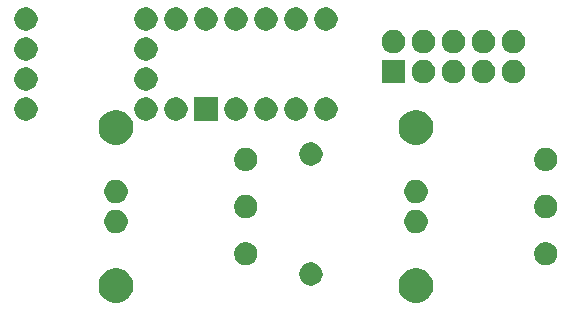
<source format=gbr>
G04 #@! TF.GenerationSoftware,KiCad,Pcbnew,(5.0.1)-3*
G04 #@! TF.CreationDate,2018-12-07T15:58:26-08:00*
G04 #@! TF.ProjectId,500-1092-DualAtnGain,3530302D313039322D4475616C41746E,rev?*
G04 #@! TF.SameCoordinates,Original*
G04 #@! TF.FileFunction,Soldermask,Bot*
G04 #@! TF.FilePolarity,Negative*
%FSLAX46Y46*%
G04 Gerber Fmt 4.6, Leading zero omitted, Abs format (unit mm)*
G04 Created by KiCad (PCBNEW (5.0.1)-3) date 12/7/2018 3:58:26 PM*
%MOMM*%
%LPD*%
G01*
G04 APERTURE LIST*
%ADD10C,0.100000*%
G04 APERTURE END LIST*
D10*
G36*
X152828781Y-111331490D02*
X153096307Y-111442303D01*
X153337074Y-111603178D01*
X153541822Y-111807926D01*
X153702697Y-112048693D01*
X153813510Y-112316219D01*
X153870000Y-112600216D01*
X153870000Y-112889784D01*
X153813510Y-113173781D01*
X153702697Y-113441307D01*
X153541822Y-113682074D01*
X153337074Y-113886822D01*
X153096307Y-114047697D01*
X152828781Y-114158510D01*
X152544784Y-114215000D01*
X152255216Y-114215000D01*
X151971219Y-114158510D01*
X151703693Y-114047697D01*
X151462926Y-113886822D01*
X151258178Y-113682074D01*
X151097303Y-113441307D01*
X150986490Y-113173781D01*
X150930000Y-112889784D01*
X150930000Y-112600216D01*
X150986490Y-112316219D01*
X151097303Y-112048693D01*
X151258178Y-111807926D01*
X151462926Y-111603178D01*
X151703693Y-111442303D01*
X151971219Y-111331490D01*
X152255216Y-111275000D01*
X152544784Y-111275000D01*
X152828781Y-111331490D01*
X152828781Y-111331490D01*
G37*
G36*
X127428781Y-111331490D02*
X127696307Y-111442303D01*
X127937074Y-111603178D01*
X128141822Y-111807926D01*
X128302697Y-112048693D01*
X128413510Y-112316219D01*
X128470000Y-112600216D01*
X128470000Y-112889784D01*
X128413510Y-113173781D01*
X128302697Y-113441307D01*
X128141822Y-113682074D01*
X127937074Y-113886822D01*
X127696307Y-114047697D01*
X127428781Y-114158510D01*
X127144784Y-114215000D01*
X126855216Y-114215000D01*
X126571219Y-114158510D01*
X126303693Y-114047697D01*
X126062926Y-113886822D01*
X125858178Y-113682074D01*
X125697303Y-113441307D01*
X125586490Y-113173781D01*
X125530000Y-112889784D01*
X125530000Y-112600216D01*
X125586490Y-112316219D01*
X125697303Y-112048693D01*
X125858178Y-111807926D01*
X126062926Y-111603178D01*
X126303693Y-111442303D01*
X126571219Y-111331490D01*
X126855216Y-111275000D01*
X127144784Y-111275000D01*
X127428781Y-111331490D01*
X127428781Y-111331490D01*
G37*
G36*
X143734426Y-110797897D02*
X143798014Y-110810545D01*
X143977709Y-110884977D01*
X144139431Y-110993036D01*
X144276964Y-111130569D01*
X144385023Y-111292291D01*
X144459455Y-111471986D01*
X144459455Y-111471987D01*
X144485551Y-111603178D01*
X144497400Y-111662750D01*
X144497400Y-111857250D01*
X144459455Y-112048014D01*
X144385023Y-112227709D01*
X144276964Y-112389431D01*
X144139431Y-112526964D01*
X143977709Y-112635023D01*
X143798014Y-112709455D01*
X143734426Y-112722103D01*
X143607252Y-112747400D01*
X143412748Y-112747400D01*
X143285574Y-112722103D01*
X143221986Y-112709455D01*
X143042291Y-112635023D01*
X142880569Y-112526964D01*
X142743036Y-112389431D01*
X142634977Y-112227709D01*
X142560545Y-112048014D01*
X142522600Y-111857250D01*
X142522600Y-111662750D01*
X142534450Y-111603178D01*
X142560545Y-111471987D01*
X142560545Y-111471986D01*
X142634977Y-111292291D01*
X142743036Y-111130569D01*
X142880569Y-110993036D01*
X143042291Y-110884977D01*
X143221986Y-110810545D01*
X143285574Y-110797897D01*
X143412748Y-110772600D01*
X143607252Y-110772600D01*
X143734426Y-110797897D01*
X143734426Y-110797897D01*
G37*
G36*
X163624426Y-109082897D02*
X163688014Y-109095545D01*
X163867709Y-109169977D01*
X164029431Y-109278036D01*
X164166964Y-109415569D01*
X164275023Y-109577291D01*
X164349455Y-109756986D01*
X164387400Y-109947750D01*
X164387400Y-110142250D01*
X164349455Y-110333014D01*
X164275023Y-110512709D01*
X164166964Y-110674431D01*
X164029431Y-110811964D01*
X163867709Y-110920023D01*
X163688014Y-110994455D01*
X163624426Y-111007103D01*
X163497252Y-111032400D01*
X163302748Y-111032400D01*
X163175574Y-111007103D01*
X163111986Y-110994455D01*
X162932291Y-110920023D01*
X162770569Y-110811964D01*
X162633036Y-110674431D01*
X162524977Y-110512709D01*
X162450545Y-110333014D01*
X162412600Y-110142250D01*
X162412600Y-109947750D01*
X162450545Y-109756986D01*
X162524977Y-109577291D01*
X162633036Y-109415569D01*
X162770569Y-109278036D01*
X162932291Y-109169977D01*
X163111986Y-109095545D01*
X163175574Y-109082897D01*
X163302748Y-109057600D01*
X163497252Y-109057600D01*
X163624426Y-109082897D01*
X163624426Y-109082897D01*
G37*
G36*
X138224426Y-109082897D02*
X138288014Y-109095545D01*
X138467709Y-109169977D01*
X138629431Y-109278036D01*
X138766964Y-109415569D01*
X138875023Y-109577291D01*
X138949455Y-109756986D01*
X138987400Y-109947750D01*
X138987400Y-110142250D01*
X138949455Y-110333014D01*
X138875023Y-110512709D01*
X138766964Y-110674431D01*
X138629431Y-110811964D01*
X138467709Y-110920023D01*
X138288014Y-110994455D01*
X138224426Y-111007103D01*
X138097252Y-111032400D01*
X137902748Y-111032400D01*
X137775574Y-111007103D01*
X137711986Y-110994455D01*
X137532291Y-110920023D01*
X137370569Y-110811964D01*
X137233036Y-110674431D01*
X137124977Y-110512709D01*
X137050545Y-110333014D01*
X137012600Y-110142250D01*
X137012600Y-109947750D01*
X137050545Y-109756986D01*
X137124977Y-109577291D01*
X137233036Y-109415569D01*
X137370569Y-109278036D01*
X137532291Y-109169977D01*
X137711986Y-109095545D01*
X137775574Y-109082897D01*
X137902748Y-109057600D01*
X138097252Y-109057600D01*
X138224426Y-109082897D01*
X138224426Y-109082897D01*
G37*
G36*
X127224426Y-106352897D02*
X127288014Y-106365545D01*
X127467709Y-106439977D01*
X127629431Y-106548036D01*
X127766964Y-106685569D01*
X127875023Y-106847291D01*
X127949455Y-107026986D01*
X127987400Y-107217750D01*
X127987400Y-107412250D01*
X127949455Y-107603014D01*
X127875023Y-107782709D01*
X127766964Y-107944431D01*
X127629431Y-108081964D01*
X127467709Y-108190023D01*
X127288014Y-108264455D01*
X127224426Y-108277103D01*
X127097252Y-108302400D01*
X126902748Y-108302400D01*
X126775574Y-108277103D01*
X126711986Y-108264455D01*
X126532291Y-108190023D01*
X126370569Y-108081964D01*
X126233036Y-107944431D01*
X126124977Y-107782709D01*
X126050545Y-107603014D01*
X126012600Y-107412250D01*
X126012600Y-107217750D01*
X126050545Y-107026986D01*
X126124977Y-106847291D01*
X126233036Y-106685569D01*
X126370569Y-106548036D01*
X126532291Y-106439977D01*
X126711986Y-106365545D01*
X126775574Y-106352897D01*
X126902748Y-106327600D01*
X127097252Y-106327600D01*
X127224426Y-106352897D01*
X127224426Y-106352897D01*
G37*
G36*
X152624426Y-106352897D02*
X152688014Y-106365545D01*
X152867709Y-106439977D01*
X153029431Y-106548036D01*
X153166964Y-106685569D01*
X153275023Y-106847291D01*
X153349455Y-107026986D01*
X153387400Y-107217750D01*
X153387400Y-107412250D01*
X153349455Y-107603014D01*
X153275023Y-107782709D01*
X153166964Y-107944431D01*
X153029431Y-108081964D01*
X152867709Y-108190023D01*
X152688014Y-108264455D01*
X152624426Y-108277103D01*
X152497252Y-108302400D01*
X152302748Y-108302400D01*
X152175574Y-108277103D01*
X152111986Y-108264455D01*
X151932291Y-108190023D01*
X151770569Y-108081964D01*
X151633036Y-107944431D01*
X151524977Y-107782709D01*
X151450545Y-107603014D01*
X151412600Y-107412250D01*
X151412600Y-107217750D01*
X151450545Y-107026986D01*
X151524977Y-106847291D01*
X151633036Y-106685569D01*
X151770569Y-106548036D01*
X151932291Y-106439977D01*
X152111986Y-106365545D01*
X152175574Y-106352897D01*
X152302748Y-106327600D01*
X152497252Y-106327600D01*
X152624426Y-106352897D01*
X152624426Y-106352897D01*
G37*
G36*
X163624426Y-105082897D02*
X163688014Y-105095545D01*
X163867709Y-105169977D01*
X164029431Y-105278036D01*
X164166964Y-105415569D01*
X164275023Y-105577291D01*
X164349455Y-105756986D01*
X164387400Y-105947750D01*
X164387400Y-106142250D01*
X164349455Y-106333014D01*
X164275023Y-106512709D01*
X164166964Y-106674431D01*
X164029431Y-106811964D01*
X163867709Y-106920023D01*
X163688014Y-106994455D01*
X163624426Y-107007103D01*
X163497252Y-107032400D01*
X163302748Y-107032400D01*
X163175574Y-107007103D01*
X163111986Y-106994455D01*
X162932291Y-106920023D01*
X162770569Y-106811964D01*
X162633036Y-106674431D01*
X162524977Y-106512709D01*
X162450545Y-106333014D01*
X162412600Y-106142250D01*
X162412600Y-105947750D01*
X162450545Y-105756986D01*
X162524977Y-105577291D01*
X162633036Y-105415569D01*
X162770569Y-105278036D01*
X162932291Y-105169977D01*
X163111986Y-105095545D01*
X163175574Y-105082897D01*
X163302748Y-105057600D01*
X163497252Y-105057600D01*
X163624426Y-105082897D01*
X163624426Y-105082897D01*
G37*
G36*
X138224426Y-105082897D02*
X138288014Y-105095545D01*
X138467709Y-105169977D01*
X138629431Y-105278036D01*
X138766964Y-105415569D01*
X138875023Y-105577291D01*
X138949455Y-105756986D01*
X138987400Y-105947750D01*
X138987400Y-106142250D01*
X138949455Y-106333014D01*
X138875023Y-106512709D01*
X138766964Y-106674431D01*
X138629431Y-106811964D01*
X138467709Y-106920023D01*
X138288014Y-106994455D01*
X138224426Y-107007103D01*
X138097252Y-107032400D01*
X137902748Y-107032400D01*
X137775574Y-107007103D01*
X137711986Y-106994455D01*
X137532291Y-106920023D01*
X137370569Y-106811964D01*
X137233036Y-106674431D01*
X137124977Y-106512709D01*
X137050545Y-106333014D01*
X137012600Y-106142250D01*
X137012600Y-105947750D01*
X137050545Y-105756986D01*
X137124977Y-105577291D01*
X137233036Y-105415569D01*
X137370569Y-105278036D01*
X137532291Y-105169977D01*
X137711986Y-105095545D01*
X137775574Y-105082897D01*
X137902748Y-105057600D01*
X138097252Y-105057600D01*
X138224426Y-105082897D01*
X138224426Y-105082897D01*
G37*
G36*
X127224426Y-103812897D02*
X127288014Y-103825545D01*
X127467709Y-103899977D01*
X127629431Y-104008036D01*
X127766964Y-104145569D01*
X127875023Y-104307291D01*
X127949455Y-104486986D01*
X127987400Y-104677750D01*
X127987400Y-104872250D01*
X127949455Y-105063014D01*
X127875023Y-105242709D01*
X127766964Y-105404431D01*
X127629431Y-105541964D01*
X127467709Y-105650023D01*
X127288014Y-105724455D01*
X127224426Y-105737103D01*
X127097252Y-105762400D01*
X126902748Y-105762400D01*
X126775574Y-105737103D01*
X126711986Y-105724455D01*
X126532291Y-105650023D01*
X126370569Y-105541964D01*
X126233036Y-105404431D01*
X126124977Y-105242709D01*
X126050545Y-105063014D01*
X126012600Y-104872250D01*
X126012600Y-104677750D01*
X126050545Y-104486986D01*
X126124977Y-104307291D01*
X126233036Y-104145569D01*
X126370569Y-104008036D01*
X126532291Y-103899977D01*
X126711986Y-103825545D01*
X126775574Y-103812897D01*
X126902748Y-103787600D01*
X127097252Y-103787600D01*
X127224426Y-103812897D01*
X127224426Y-103812897D01*
G37*
G36*
X152624426Y-103812897D02*
X152688014Y-103825545D01*
X152867709Y-103899977D01*
X153029431Y-104008036D01*
X153166964Y-104145569D01*
X153275023Y-104307291D01*
X153349455Y-104486986D01*
X153387400Y-104677750D01*
X153387400Y-104872250D01*
X153349455Y-105063014D01*
X153275023Y-105242709D01*
X153166964Y-105404431D01*
X153029431Y-105541964D01*
X152867709Y-105650023D01*
X152688014Y-105724455D01*
X152624426Y-105737103D01*
X152497252Y-105762400D01*
X152302748Y-105762400D01*
X152175574Y-105737103D01*
X152111986Y-105724455D01*
X151932291Y-105650023D01*
X151770569Y-105541964D01*
X151633036Y-105404431D01*
X151524977Y-105242709D01*
X151450545Y-105063014D01*
X151412600Y-104872250D01*
X151412600Y-104677750D01*
X151450545Y-104486986D01*
X151524977Y-104307291D01*
X151633036Y-104145569D01*
X151770569Y-104008036D01*
X151932291Y-103899977D01*
X152111986Y-103825545D01*
X152175574Y-103812897D01*
X152302748Y-103787600D01*
X152497252Y-103787600D01*
X152624426Y-103812897D01*
X152624426Y-103812897D01*
G37*
G36*
X138224426Y-101082897D02*
X138288014Y-101095545D01*
X138467709Y-101169977D01*
X138629431Y-101278036D01*
X138766964Y-101415569D01*
X138875023Y-101577291D01*
X138949455Y-101756986D01*
X138987400Y-101947750D01*
X138987400Y-102142250D01*
X138949455Y-102333014D01*
X138875023Y-102512709D01*
X138766964Y-102674431D01*
X138629431Y-102811964D01*
X138467709Y-102920023D01*
X138288014Y-102994455D01*
X138224426Y-103007103D01*
X138097252Y-103032400D01*
X137902748Y-103032400D01*
X137775574Y-103007103D01*
X137711986Y-102994455D01*
X137532291Y-102920023D01*
X137370569Y-102811964D01*
X137233036Y-102674431D01*
X137124977Y-102512709D01*
X137050545Y-102333014D01*
X137012600Y-102142250D01*
X137012600Y-101947750D01*
X137050545Y-101756986D01*
X137124977Y-101577291D01*
X137233036Y-101415569D01*
X137370569Y-101278036D01*
X137532291Y-101169977D01*
X137711986Y-101095545D01*
X137775574Y-101082897D01*
X137902748Y-101057600D01*
X138097252Y-101057600D01*
X138224426Y-101082897D01*
X138224426Y-101082897D01*
G37*
G36*
X163624426Y-101082897D02*
X163688014Y-101095545D01*
X163867709Y-101169977D01*
X164029431Y-101278036D01*
X164166964Y-101415569D01*
X164275023Y-101577291D01*
X164349455Y-101756986D01*
X164387400Y-101947750D01*
X164387400Y-102142250D01*
X164349455Y-102333014D01*
X164275023Y-102512709D01*
X164166964Y-102674431D01*
X164029431Y-102811964D01*
X163867709Y-102920023D01*
X163688014Y-102994455D01*
X163624426Y-103007103D01*
X163497252Y-103032400D01*
X163302748Y-103032400D01*
X163175574Y-103007103D01*
X163111986Y-102994455D01*
X162932291Y-102920023D01*
X162770569Y-102811964D01*
X162633036Y-102674431D01*
X162524977Y-102512709D01*
X162450545Y-102333014D01*
X162412600Y-102142250D01*
X162412600Y-101947750D01*
X162450545Y-101756986D01*
X162524977Y-101577291D01*
X162633036Y-101415569D01*
X162770569Y-101278036D01*
X162932291Y-101169977D01*
X163111986Y-101095545D01*
X163175574Y-101082897D01*
X163302748Y-101057600D01*
X163497252Y-101057600D01*
X163624426Y-101082897D01*
X163624426Y-101082897D01*
G37*
G36*
X143734426Y-100637897D02*
X143798014Y-100650545D01*
X143977709Y-100724977D01*
X144139431Y-100833036D01*
X144276964Y-100970569D01*
X144385023Y-101132291D01*
X144459455Y-101311986D01*
X144497400Y-101502750D01*
X144497400Y-101697250D01*
X144459455Y-101888014D01*
X144385023Y-102067709D01*
X144276964Y-102229431D01*
X144139431Y-102366964D01*
X143977709Y-102475023D01*
X143798014Y-102549455D01*
X143734426Y-102562103D01*
X143607252Y-102587400D01*
X143412748Y-102587400D01*
X143285574Y-102562103D01*
X143221986Y-102549455D01*
X143042291Y-102475023D01*
X142880569Y-102366964D01*
X142743036Y-102229431D01*
X142634977Y-102067709D01*
X142560545Y-101888014D01*
X142522600Y-101697250D01*
X142522600Y-101502750D01*
X142560545Y-101311986D01*
X142634977Y-101132291D01*
X142743036Y-100970569D01*
X142880569Y-100833036D01*
X143042291Y-100724977D01*
X143221986Y-100650545D01*
X143285574Y-100637897D01*
X143412748Y-100612600D01*
X143607252Y-100612600D01*
X143734426Y-100637897D01*
X143734426Y-100637897D01*
G37*
G36*
X152828781Y-97931490D02*
X153096307Y-98042303D01*
X153337074Y-98203178D01*
X153541822Y-98407926D01*
X153702697Y-98648693D01*
X153813510Y-98916219D01*
X153870000Y-99200216D01*
X153870000Y-99489784D01*
X153813510Y-99773781D01*
X153702697Y-100041307D01*
X153541822Y-100282074D01*
X153337074Y-100486822D01*
X153096307Y-100647697D01*
X152828781Y-100758510D01*
X152544784Y-100815000D01*
X152255216Y-100815000D01*
X151971219Y-100758510D01*
X151703693Y-100647697D01*
X151462926Y-100486822D01*
X151258178Y-100282074D01*
X151097303Y-100041307D01*
X150986490Y-99773781D01*
X150930000Y-99489784D01*
X150930000Y-99200216D01*
X150986490Y-98916219D01*
X151097303Y-98648693D01*
X151258178Y-98407926D01*
X151462926Y-98203178D01*
X151703693Y-98042303D01*
X151971219Y-97931490D01*
X152255216Y-97875000D01*
X152544784Y-97875000D01*
X152828781Y-97931490D01*
X152828781Y-97931490D01*
G37*
G36*
X127428781Y-97931490D02*
X127696307Y-98042303D01*
X127937074Y-98203178D01*
X128141822Y-98407926D01*
X128302697Y-98648693D01*
X128413510Y-98916219D01*
X128470000Y-99200216D01*
X128470000Y-99489784D01*
X128413510Y-99773781D01*
X128302697Y-100041307D01*
X128141822Y-100282074D01*
X127937074Y-100486822D01*
X127696307Y-100647697D01*
X127428781Y-100758510D01*
X127144784Y-100815000D01*
X126855216Y-100815000D01*
X126571219Y-100758510D01*
X126303693Y-100647697D01*
X126062926Y-100486822D01*
X125858178Y-100282074D01*
X125697303Y-100041307D01*
X125586490Y-99773781D01*
X125530000Y-99489784D01*
X125530000Y-99200216D01*
X125586490Y-98916219D01*
X125697303Y-98648693D01*
X125858178Y-98407926D01*
X126062926Y-98203178D01*
X126303693Y-98042303D01*
X126571219Y-97931490D01*
X126855216Y-97875000D01*
X127144784Y-97875000D01*
X127428781Y-97931490D01*
X127428781Y-97931490D01*
G37*
G36*
X142464426Y-96827897D02*
X142528014Y-96840545D01*
X142707709Y-96914977D01*
X142869431Y-97023036D01*
X143006964Y-97160569D01*
X143115023Y-97322291D01*
X143189455Y-97501986D01*
X143227400Y-97692750D01*
X143227400Y-97887250D01*
X143189455Y-98078014D01*
X143115023Y-98257709D01*
X143006964Y-98419431D01*
X142869431Y-98556964D01*
X142707709Y-98665023D01*
X142528014Y-98739455D01*
X142464426Y-98752103D01*
X142337252Y-98777400D01*
X142142748Y-98777400D01*
X142015574Y-98752103D01*
X141951986Y-98739455D01*
X141772291Y-98665023D01*
X141610569Y-98556964D01*
X141473036Y-98419431D01*
X141364977Y-98257709D01*
X141290545Y-98078014D01*
X141252600Y-97887250D01*
X141252600Y-97692750D01*
X141290545Y-97501986D01*
X141364977Y-97322291D01*
X141473036Y-97160569D01*
X141610569Y-97023036D01*
X141772291Y-96914977D01*
X141951986Y-96840545D01*
X142015574Y-96827897D01*
X142142748Y-96802600D01*
X142337252Y-96802600D01*
X142464426Y-96827897D01*
X142464426Y-96827897D01*
G37*
G36*
X139924426Y-96827897D02*
X139988014Y-96840545D01*
X140167709Y-96914977D01*
X140329431Y-97023036D01*
X140466964Y-97160569D01*
X140575023Y-97322291D01*
X140649455Y-97501986D01*
X140687400Y-97692750D01*
X140687400Y-97887250D01*
X140649455Y-98078014D01*
X140575023Y-98257709D01*
X140466964Y-98419431D01*
X140329431Y-98556964D01*
X140167709Y-98665023D01*
X139988014Y-98739455D01*
X139924426Y-98752103D01*
X139797252Y-98777400D01*
X139602748Y-98777400D01*
X139475574Y-98752103D01*
X139411986Y-98739455D01*
X139232291Y-98665023D01*
X139070569Y-98556964D01*
X138933036Y-98419431D01*
X138824977Y-98257709D01*
X138750545Y-98078014D01*
X138712600Y-97887250D01*
X138712600Y-97692750D01*
X138750545Y-97501986D01*
X138824977Y-97322291D01*
X138933036Y-97160569D01*
X139070569Y-97023036D01*
X139232291Y-96914977D01*
X139411986Y-96840545D01*
X139475574Y-96827897D01*
X139602748Y-96802600D01*
X139797252Y-96802600D01*
X139924426Y-96827897D01*
X139924426Y-96827897D01*
G37*
G36*
X137384426Y-96827897D02*
X137448014Y-96840545D01*
X137627709Y-96914977D01*
X137789431Y-97023036D01*
X137926964Y-97160569D01*
X138035023Y-97322291D01*
X138109455Y-97501986D01*
X138147400Y-97692750D01*
X138147400Y-97887250D01*
X138109455Y-98078014D01*
X138035023Y-98257709D01*
X137926964Y-98419431D01*
X137789431Y-98556964D01*
X137627709Y-98665023D01*
X137448014Y-98739455D01*
X137384426Y-98752103D01*
X137257252Y-98777400D01*
X137062748Y-98777400D01*
X136935574Y-98752103D01*
X136871986Y-98739455D01*
X136692291Y-98665023D01*
X136530569Y-98556964D01*
X136393036Y-98419431D01*
X136284977Y-98257709D01*
X136210545Y-98078014D01*
X136172600Y-97887250D01*
X136172600Y-97692750D01*
X136210545Y-97501986D01*
X136284977Y-97322291D01*
X136393036Y-97160569D01*
X136530569Y-97023036D01*
X136692291Y-96914977D01*
X136871986Y-96840545D01*
X136935574Y-96827897D01*
X137062748Y-96802600D01*
X137257252Y-96802600D01*
X137384426Y-96827897D01*
X137384426Y-96827897D01*
G37*
G36*
X135607400Y-98777400D02*
X133632600Y-98777400D01*
X133632600Y-96802600D01*
X135607400Y-96802600D01*
X135607400Y-98777400D01*
X135607400Y-98777400D01*
G37*
G36*
X145004426Y-96827897D02*
X145068014Y-96840545D01*
X145247709Y-96914977D01*
X145409431Y-97023036D01*
X145546964Y-97160569D01*
X145655023Y-97322291D01*
X145729455Y-97501986D01*
X145767400Y-97692750D01*
X145767400Y-97887250D01*
X145729455Y-98078014D01*
X145655023Y-98257709D01*
X145546964Y-98419431D01*
X145409431Y-98556964D01*
X145247709Y-98665023D01*
X145068014Y-98739455D01*
X145004426Y-98752103D01*
X144877252Y-98777400D01*
X144682748Y-98777400D01*
X144555574Y-98752103D01*
X144491986Y-98739455D01*
X144312291Y-98665023D01*
X144150569Y-98556964D01*
X144013036Y-98419431D01*
X143904977Y-98257709D01*
X143830545Y-98078014D01*
X143792600Y-97887250D01*
X143792600Y-97692750D01*
X143830545Y-97501986D01*
X143904977Y-97322291D01*
X144013036Y-97160569D01*
X144150569Y-97023036D01*
X144312291Y-96914977D01*
X144491986Y-96840545D01*
X144555574Y-96827897D01*
X144682748Y-96802600D01*
X144877252Y-96802600D01*
X145004426Y-96827897D01*
X145004426Y-96827897D01*
G37*
G36*
X129764426Y-96827897D02*
X129828014Y-96840545D01*
X130007709Y-96914977D01*
X130169431Y-97023036D01*
X130306964Y-97160569D01*
X130415023Y-97322291D01*
X130489455Y-97501986D01*
X130527400Y-97692750D01*
X130527400Y-97887250D01*
X130489455Y-98078014D01*
X130415023Y-98257709D01*
X130306964Y-98419431D01*
X130169431Y-98556964D01*
X130007709Y-98665023D01*
X129828014Y-98739455D01*
X129764426Y-98752103D01*
X129637252Y-98777400D01*
X129442748Y-98777400D01*
X129315574Y-98752103D01*
X129251986Y-98739455D01*
X129072291Y-98665023D01*
X128910569Y-98556964D01*
X128773036Y-98419431D01*
X128664977Y-98257709D01*
X128590545Y-98078014D01*
X128552600Y-97887250D01*
X128552600Y-97692750D01*
X128590545Y-97501986D01*
X128664977Y-97322291D01*
X128773036Y-97160569D01*
X128910569Y-97023036D01*
X129072291Y-96914977D01*
X129251986Y-96840545D01*
X129315574Y-96827897D01*
X129442748Y-96802600D01*
X129637252Y-96802600D01*
X129764426Y-96827897D01*
X129764426Y-96827897D01*
G37*
G36*
X119604426Y-96827897D02*
X119668014Y-96840545D01*
X119847709Y-96914977D01*
X120009431Y-97023036D01*
X120146964Y-97160569D01*
X120255023Y-97322291D01*
X120329455Y-97501986D01*
X120367400Y-97692750D01*
X120367400Y-97887250D01*
X120329455Y-98078014D01*
X120255023Y-98257709D01*
X120146964Y-98419431D01*
X120009431Y-98556964D01*
X119847709Y-98665023D01*
X119668014Y-98739455D01*
X119604426Y-98752103D01*
X119477252Y-98777400D01*
X119282748Y-98777400D01*
X119155574Y-98752103D01*
X119091986Y-98739455D01*
X118912291Y-98665023D01*
X118750569Y-98556964D01*
X118613036Y-98419431D01*
X118504977Y-98257709D01*
X118430545Y-98078014D01*
X118392600Y-97887250D01*
X118392600Y-97692750D01*
X118430545Y-97501986D01*
X118504977Y-97322291D01*
X118613036Y-97160569D01*
X118750569Y-97023036D01*
X118912291Y-96914977D01*
X119091986Y-96840545D01*
X119155574Y-96827897D01*
X119282748Y-96802600D01*
X119477252Y-96802600D01*
X119604426Y-96827897D01*
X119604426Y-96827897D01*
G37*
G36*
X132304426Y-96827897D02*
X132368014Y-96840545D01*
X132547709Y-96914977D01*
X132709431Y-97023036D01*
X132846964Y-97160569D01*
X132955023Y-97322291D01*
X133029455Y-97501986D01*
X133067400Y-97692750D01*
X133067400Y-97887250D01*
X133029455Y-98078014D01*
X132955023Y-98257709D01*
X132846964Y-98419431D01*
X132709431Y-98556964D01*
X132547709Y-98665023D01*
X132368014Y-98739455D01*
X132304426Y-98752103D01*
X132177252Y-98777400D01*
X131982748Y-98777400D01*
X131855574Y-98752103D01*
X131791986Y-98739455D01*
X131612291Y-98665023D01*
X131450569Y-98556964D01*
X131313036Y-98419431D01*
X131204977Y-98257709D01*
X131130545Y-98078014D01*
X131092600Y-97887250D01*
X131092600Y-97692750D01*
X131130545Y-97501986D01*
X131204977Y-97322291D01*
X131313036Y-97160569D01*
X131450569Y-97023036D01*
X131612291Y-96914977D01*
X131791986Y-96840545D01*
X131855574Y-96827897D01*
X131982748Y-96802600D01*
X132177252Y-96802600D01*
X132304426Y-96827897D01*
X132304426Y-96827897D01*
G37*
G36*
X119604426Y-94287897D02*
X119668014Y-94300545D01*
X119847709Y-94374977D01*
X120009431Y-94483036D01*
X120146964Y-94620569D01*
X120255023Y-94782291D01*
X120305028Y-94903014D01*
X120329455Y-94961987D01*
X120367400Y-95152748D01*
X120367400Y-95347252D01*
X120360495Y-95381964D01*
X120329455Y-95538014D01*
X120255023Y-95717709D01*
X120146964Y-95879431D01*
X120009431Y-96016964D01*
X119847709Y-96125023D01*
X119668014Y-96199455D01*
X119604426Y-96212103D01*
X119477252Y-96237400D01*
X119282748Y-96237400D01*
X119155574Y-96212103D01*
X119091986Y-96199455D01*
X118912291Y-96125023D01*
X118750569Y-96016964D01*
X118613036Y-95879431D01*
X118504977Y-95717709D01*
X118430545Y-95538014D01*
X118399505Y-95381964D01*
X118392600Y-95347252D01*
X118392600Y-95152748D01*
X118430545Y-94961987D01*
X118454972Y-94903014D01*
X118504977Y-94782291D01*
X118613036Y-94620569D01*
X118750569Y-94483036D01*
X118912291Y-94374977D01*
X119091986Y-94300545D01*
X119155574Y-94287897D01*
X119282748Y-94262600D01*
X119477252Y-94262600D01*
X119604426Y-94287897D01*
X119604426Y-94287897D01*
G37*
G36*
X129764426Y-94287897D02*
X129828014Y-94300545D01*
X130007709Y-94374977D01*
X130169431Y-94483036D01*
X130306964Y-94620569D01*
X130415023Y-94782291D01*
X130465028Y-94903014D01*
X130489455Y-94961987D01*
X130527400Y-95152748D01*
X130527400Y-95347252D01*
X130520495Y-95381964D01*
X130489455Y-95538014D01*
X130415023Y-95717709D01*
X130306964Y-95879431D01*
X130169431Y-96016964D01*
X130007709Y-96125023D01*
X129828014Y-96199455D01*
X129764426Y-96212103D01*
X129637252Y-96237400D01*
X129442748Y-96237400D01*
X129315574Y-96212103D01*
X129251986Y-96199455D01*
X129072291Y-96125023D01*
X128910569Y-96016964D01*
X128773036Y-95879431D01*
X128664977Y-95717709D01*
X128590545Y-95538014D01*
X128559505Y-95381964D01*
X128552600Y-95347252D01*
X128552600Y-95152748D01*
X128590545Y-94961987D01*
X128614972Y-94903014D01*
X128664977Y-94782291D01*
X128773036Y-94620569D01*
X128910569Y-94483036D01*
X129072291Y-94374977D01*
X129251986Y-94300545D01*
X129315574Y-94287897D01*
X129442748Y-94262600D01*
X129637252Y-94262600D01*
X129764426Y-94287897D01*
X129764426Y-94287897D01*
G37*
G36*
X151482400Y-95602400D02*
X149507600Y-95602400D01*
X149507600Y-93627600D01*
X151482400Y-93627600D01*
X151482400Y-95602400D01*
X151482400Y-95602400D01*
G37*
G36*
X153259426Y-93652897D02*
X153323014Y-93665545D01*
X153502709Y-93739977D01*
X153664431Y-93848036D01*
X153801964Y-93985569D01*
X153910023Y-94147291D01*
X153984455Y-94326986D01*
X153984455Y-94326987D01*
X154015496Y-94483037D01*
X154022400Y-94517750D01*
X154022400Y-94712250D01*
X153984455Y-94903014D01*
X153910023Y-95082709D01*
X153801964Y-95244431D01*
X153664431Y-95381964D01*
X153502709Y-95490023D01*
X153323014Y-95564455D01*
X153259426Y-95577103D01*
X153132252Y-95602400D01*
X152937748Y-95602400D01*
X152810574Y-95577103D01*
X152746986Y-95564455D01*
X152567291Y-95490023D01*
X152405569Y-95381964D01*
X152268036Y-95244431D01*
X152159977Y-95082709D01*
X152085545Y-94903014D01*
X152047600Y-94712250D01*
X152047600Y-94517750D01*
X152054505Y-94483037D01*
X152085545Y-94326987D01*
X152085545Y-94326986D01*
X152159977Y-94147291D01*
X152268036Y-93985569D01*
X152405569Y-93848036D01*
X152567291Y-93739977D01*
X152746986Y-93665545D01*
X152810574Y-93652897D01*
X152937748Y-93627600D01*
X153132252Y-93627600D01*
X153259426Y-93652897D01*
X153259426Y-93652897D01*
G37*
G36*
X155799426Y-93652897D02*
X155863014Y-93665545D01*
X156042709Y-93739977D01*
X156204431Y-93848036D01*
X156341964Y-93985569D01*
X156450023Y-94147291D01*
X156524455Y-94326986D01*
X156524455Y-94326987D01*
X156555496Y-94483037D01*
X156562400Y-94517750D01*
X156562400Y-94712250D01*
X156524455Y-94903014D01*
X156450023Y-95082709D01*
X156341964Y-95244431D01*
X156204431Y-95381964D01*
X156042709Y-95490023D01*
X155863014Y-95564455D01*
X155799426Y-95577103D01*
X155672252Y-95602400D01*
X155477748Y-95602400D01*
X155350574Y-95577103D01*
X155286986Y-95564455D01*
X155107291Y-95490023D01*
X154945569Y-95381964D01*
X154808036Y-95244431D01*
X154699977Y-95082709D01*
X154625545Y-94903014D01*
X154587600Y-94712250D01*
X154587600Y-94517750D01*
X154594505Y-94483037D01*
X154625545Y-94326987D01*
X154625545Y-94326986D01*
X154699977Y-94147291D01*
X154808036Y-93985569D01*
X154945569Y-93848036D01*
X155107291Y-93739977D01*
X155286986Y-93665545D01*
X155350574Y-93652897D01*
X155477748Y-93627600D01*
X155672252Y-93627600D01*
X155799426Y-93652897D01*
X155799426Y-93652897D01*
G37*
G36*
X158339426Y-93652897D02*
X158403014Y-93665545D01*
X158582709Y-93739977D01*
X158744431Y-93848036D01*
X158881964Y-93985569D01*
X158990023Y-94147291D01*
X159064455Y-94326986D01*
X159064455Y-94326987D01*
X159095496Y-94483037D01*
X159102400Y-94517750D01*
X159102400Y-94712250D01*
X159064455Y-94903014D01*
X158990023Y-95082709D01*
X158881964Y-95244431D01*
X158744431Y-95381964D01*
X158582709Y-95490023D01*
X158403014Y-95564455D01*
X158339426Y-95577103D01*
X158212252Y-95602400D01*
X158017748Y-95602400D01*
X157890574Y-95577103D01*
X157826986Y-95564455D01*
X157647291Y-95490023D01*
X157485569Y-95381964D01*
X157348036Y-95244431D01*
X157239977Y-95082709D01*
X157165545Y-94903014D01*
X157127600Y-94712250D01*
X157127600Y-94517750D01*
X157134505Y-94483037D01*
X157165545Y-94326987D01*
X157165545Y-94326986D01*
X157239977Y-94147291D01*
X157348036Y-93985569D01*
X157485569Y-93848036D01*
X157647291Y-93739977D01*
X157826986Y-93665545D01*
X157890574Y-93652897D01*
X158017748Y-93627600D01*
X158212252Y-93627600D01*
X158339426Y-93652897D01*
X158339426Y-93652897D01*
G37*
G36*
X160879426Y-93652897D02*
X160943014Y-93665545D01*
X161122709Y-93739977D01*
X161284431Y-93848036D01*
X161421964Y-93985569D01*
X161530023Y-94147291D01*
X161604455Y-94326986D01*
X161604455Y-94326987D01*
X161635496Y-94483037D01*
X161642400Y-94517750D01*
X161642400Y-94712250D01*
X161604455Y-94903014D01*
X161530023Y-95082709D01*
X161421964Y-95244431D01*
X161284431Y-95381964D01*
X161122709Y-95490023D01*
X160943014Y-95564455D01*
X160879426Y-95577103D01*
X160752252Y-95602400D01*
X160557748Y-95602400D01*
X160430574Y-95577103D01*
X160366986Y-95564455D01*
X160187291Y-95490023D01*
X160025569Y-95381964D01*
X159888036Y-95244431D01*
X159779977Y-95082709D01*
X159705545Y-94903014D01*
X159667600Y-94712250D01*
X159667600Y-94517750D01*
X159674505Y-94483037D01*
X159705545Y-94326987D01*
X159705545Y-94326986D01*
X159779977Y-94147291D01*
X159888036Y-93985569D01*
X160025569Y-93848036D01*
X160187291Y-93739977D01*
X160366986Y-93665545D01*
X160430574Y-93652897D01*
X160557748Y-93627600D01*
X160752252Y-93627600D01*
X160879426Y-93652897D01*
X160879426Y-93652897D01*
G37*
G36*
X119604426Y-91747897D02*
X119668014Y-91760545D01*
X119847709Y-91834977D01*
X120009431Y-91943036D01*
X120146964Y-92080569D01*
X120255023Y-92242291D01*
X120305028Y-92363014D01*
X120329455Y-92421987D01*
X120367400Y-92612748D01*
X120367400Y-92807252D01*
X120360495Y-92841964D01*
X120329455Y-92998014D01*
X120255023Y-93177709D01*
X120146964Y-93339431D01*
X120009431Y-93476964D01*
X119847709Y-93585023D01*
X119668014Y-93659455D01*
X119637397Y-93665545D01*
X119477252Y-93697400D01*
X119282748Y-93697400D01*
X119122603Y-93665545D01*
X119091986Y-93659455D01*
X118912291Y-93585023D01*
X118750569Y-93476964D01*
X118613036Y-93339431D01*
X118504977Y-93177709D01*
X118430545Y-92998014D01*
X118399505Y-92841964D01*
X118392600Y-92807252D01*
X118392600Y-92612748D01*
X118430545Y-92421987D01*
X118454972Y-92363014D01*
X118504977Y-92242291D01*
X118613036Y-92080569D01*
X118750569Y-91943036D01*
X118912291Y-91834977D01*
X119091986Y-91760545D01*
X119155574Y-91747897D01*
X119282748Y-91722600D01*
X119477252Y-91722600D01*
X119604426Y-91747897D01*
X119604426Y-91747897D01*
G37*
G36*
X129764426Y-91747897D02*
X129828014Y-91760545D01*
X130007709Y-91834977D01*
X130169431Y-91943036D01*
X130306964Y-92080569D01*
X130415023Y-92242291D01*
X130465028Y-92363014D01*
X130489455Y-92421987D01*
X130527400Y-92612748D01*
X130527400Y-92807252D01*
X130520495Y-92841964D01*
X130489455Y-92998014D01*
X130415023Y-93177709D01*
X130306964Y-93339431D01*
X130169431Y-93476964D01*
X130007709Y-93585023D01*
X129828014Y-93659455D01*
X129797397Y-93665545D01*
X129637252Y-93697400D01*
X129442748Y-93697400D01*
X129282603Y-93665545D01*
X129251986Y-93659455D01*
X129072291Y-93585023D01*
X128910569Y-93476964D01*
X128773036Y-93339431D01*
X128664977Y-93177709D01*
X128590545Y-92998014D01*
X128559505Y-92841964D01*
X128552600Y-92807252D01*
X128552600Y-92612748D01*
X128590545Y-92421987D01*
X128614972Y-92363014D01*
X128664977Y-92242291D01*
X128773036Y-92080569D01*
X128910569Y-91943036D01*
X129072291Y-91834977D01*
X129251986Y-91760545D01*
X129315574Y-91747897D01*
X129442748Y-91722600D01*
X129637252Y-91722600D01*
X129764426Y-91747897D01*
X129764426Y-91747897D01*
G37*
G36*
X150719426Y-91112897D02*
X150783014Y-91125545D01*
X150962709Y-91199977D01*
X151124431Y-91308036D01*
X151261964Y-91445569D01*
X151370023Y-91607291D01*
X151444455Y-91786986D01*
X151444455Y-91786987D01*
X151475496Y-91943037D01*
X151482400Y-91977750D01*
X151482400Y-92172250D01*
X151444455Y-92363014D01*
X151370023Y-92542709D01*
X151261964Y-92704431D01*
X151124431Y-92841964D01*
X150962709Y-92950023D01*
X150783014Y-93024455D01*
X150719426Y-93037103D01*
X150592252Y-93062400D01*
X150397748Y-93062400D01*
X150270574Y-93037103D01*
X150206986Y-93024455D01*
X150027291Y-92950023D01*
X149865569Y-92841964D01*
X149728036Y-92704431D01*
X149619977Y-92542709D01*
X149545545Y-92363014D01*
X149507600Y-92172250D01*
X149507600Y-91977750D01*
X149514505Y-91943037D01*
X149545545Y-91786987D01*
X149545545Y-91786986D01*
X149619977Y-91607291D01*
X149728036Y-91445569D01*
X149865569Y-91308036D01*
X150027291Y-91199977D01*
X150206986Y-91125545D01*
X150270574Y-91112897D01*
X150397748Y-91087600D01*
X150592252Y-91087600D01*
X150719426Y-91112897D01*
X150719426Y-91112897D01*
G37*
G36*
X153259426Y-91112897D02*
X153323014Y-91125545D01*
X153502709Y-91199977D01*
X153664431Y-91308036D01*
X153801964Y-91445569D01*
X153910023Y-91607291D01*
X153984455Y-91786986D01*
X153984455Y-91786987D01*
X154015496Y-91943037D01*
X154022400Y-91977750D01*
X154022400Y-92172250D01*
X153984455Y-92363014D01*
X153910023Y-92542709D01*
X153801964Y-92704431D01*
X153664431Y-92841964D01*
X153502709Y-92950023D01*
X153323014Y-93024455D01*
X153259426Y-93037103D01*
X153132252Y-93062400D01*
X152937748Y-93062400D01*
X152810574Y-93037103D01*
X152746986Y-93024455D01*
X152567291Y-92950023D01*
X152405569Y-92841964D01*
X152268036Y-92704431D01*
X152159977Y-92542709D01*
X152085545Y-92363014D01*
X152047600Y-92172250D01*
X152047600Y-91977750D01*
X152054505Y-91943037D01*
X152085545Y-91786987D01*
X152085545Y-91786986D01*
X152159977Y-91607291D01*
X152268036Y-91445569D01*
X152405569Y-91308036D01*
X152567291Y-91199977D01*
X152746986Y-91125545D01*
X152810574Y-91112897D01*
X152937748Y-91087600D01*
X153132252Y-91087600D01*
X153259426Y-91112897D01*
X153259426Y-91112897D01*
G37*
G36*
X155799426Y-91112897D02*
X155863014Y-91125545D01*
X156042709Y-91199977D01*
X156204431Y-91308036D01*
X156341964Y-91445569D01*
X156450023Y-91607291D01*
X156524455Y-91786986D01*
X156524455Y-91786987D01*
X156555496Y-91943037D01*
X156562400Y-91977750D01*
X156562400Y-92172250D01*
X156524455Y-92363014D01*
X156450023Y-92542709D01*
X156341964Y-92704431D01*
X156204431Y-92841964D01*
X156042709Y-92950023D01*
X155863014Y-93024455D01*
X155799426Y-93037103D01*
X155672252Y-93062400D01*
X155477748Y-93062400D01*
X155350574Y-93037103D01*
X155286986Y-93024455D01*
X155107291Y-92950023D01*
X154945569Y-92841964D01*
X154808036Y-92704431D01*
X154699977Y-92542709D01*
X154625545Y-92363014D01*
X154587600Y-92172250D01*
X154587600Y-91977750D01*
X154594505Y-91943037D01*
X154625545Y-91786987D01*
X154625545Y-91786986D01*
X154699977Y-91607291D01*
X154808036Y-91445569D01*
X154945569Y-91308036D01*
X155107291Y-91199977D01*
X155286986Y-91125545D01*
X155350574Y-91112897D01*
X155477748Y-91087600D01*
X155672252Y-91087600D01*
X155799426Y-91112897D01*
X155799426Y-91112897D01*
G37*
G36*
X158339426Y-91112897D02*
X158403014Y-91125545D01*
X158582709Y-91199977D01*
X158744431Y-91308036D01*
X158881964Y-91445569D01*
X158990023Y-91607291D01*
X159064455Y-91786986D01*
X159064455Y-91786987D01*
X159095496Y-91943037D01*
X159102400Y-91977750D01*
X159102400Y-92172250D01*
X159064455Y-92363014D01*
X158990023Y-92542709D01*
X158881964Y-92704431D01*
X158744431Y-92841964D01*
X158582709Y-92950023D01*
X158403014Y-93024455D01*
X158339426Y-93037103D01*
X158212252Y-93062400D01*
X158017748Y-93062400D01*
X157890574Y-93037103D01*
X157826986Y-93024455D01*
X157647291Y-92950023D01*
X157485569Y-92841964D01*
X157348036Y-92704431D01*
X157239977Y-92542709D01*
X157165545Y-92363014D01*
X157127600Y-92172250D01*
X157127600Y-91977750D01*
X157134505Y-91943037D01*
X157165545Y-91786987D01*
X157165545Y-91786986D01*
X157239977Y-91607291D01*
X157348036Y-91445569D01*
X157485569Y-91308036D01*
X157647291Y-91199977D01*
X157826986Y-91125545D01*
X157890574Y-91112897D01*
X158017748Y-91087600D01*
X158212252Y-91087600D01*
X158339426Y-91112897D01*
X158339426Y-91112897D01*
G37*
G36*
X160879426Y-91112897D02*
X160943014Y-91125545D01*
X161122709Y-91199977D01*
X161284431Y-91308036D01*
X161421964Y-91445569D01*
X161530023Y-91607291D01*
X161604455Y-91786986D01*
X161604455Y-91786987D01*
X161635496Y-91943037D01*
X161642400Y-91977750D01*
X161642400Y-92172250D01*
X161604455Y-92363014D01*
X161530023Y-92542709D01*
X161421964Y-92704431D01*
X161284431Y-92841964D01*
X161122709Y-92950023D01*
X160943014Y-93024455D01*
X160879426Y-93037103D01*
X160752252Y-93062400D01*
X160557748Y-93062400D01*
X160430574Y-93037103D01*
X160366986Y-93024455D01*
X160187291Y-92950023D01*
X160025569Y-92841964D01*
X159888036Y-92704431D01*
X159779977Y-92542709D01*
X159705545Y-92363014D01*
X159667600Y-92172250D01*
X159667600Y-91977750D01*
X159674505Y-91943037D01*
X159705545Y-91786987D01*
X159705545Y-91786986D01*
X159779977Y-91607291D01*
X159888036Y-91445569D01*
X160025569Y-91308036D01*
X160187291Y-91199977D01*
X160366986Y-91125545D01*
X160430574Y-91112897D01*
X160557748Y-91087600D01*
X160752252Y-91087600D01*
X160879426Y-91112897D01*
X160879426Y-91112897D01*
G37*
G36*
X129764426Y-89207897D02*
X129828014Y-89220545D01*
X130007709Y-89294977D01*
X130169431Y-89403036D01*
X130306964Y-89540569D01*
X130415023Y-89702291D01*
X130489455Y-89881986D01*
X130527400Y-90072750D01*
X130527400Y-90267250D01*
X130489455Y-90458014D01*
X130415023Y-90637709D01*
X130306964Y-90799431D01*
X130169431Y-90936964D01*
X130007709Y-91045023D01*
X129828014Y-91119455D01*
X129797397Y-91125545D01*
X129637252Y-91157400D01*
X129442748Y-91157400D01*
X129282603Y-91125545D01*
X129251986Y-91119455D01*
X129072291Y-91045023D01*
X128910569Y-90936964D01*
X128773036Y-90799431D01*
X128664977Y-90637709D01*
X128590545Y-90458014D01*
X128552600Y-90267250D01*
X128552600Y-90072750D01*
X128590545Y-89881986D01*
X128664977Y-89702291D01*
X128773036Y-89540569D01*
X128910569Y-89403036D01*
X129072291Y-89294977D01*
X129251986Y-89220545D01*
X129315574Y-89207897D01*
X129442748Y-89182600D01*
X129637252Y-89182600D01*
X129764426Y-89207897D01*
X129764426Y-89207897D01*
G37*
G36*
X119604426Y-89207897D02*
X119668014Y-89220545D01*
X119847709Y-89294977D01*
X120009431Y-89403036D01*
X120146964Y-89540569D01*
X120255023Y-89702291D01*
X120329455Y-89881986D01*
X120367400Y-90072750D01*
X120367400Y-90267250D01*
X120329455Y-90458014D01*
X120255023Y-90637709D01*
X120146964Y-90799431D01*
X120009431Y-90936964D01*
X119847709Y-91045023D01*
X119668014Y-91119455D01*
X119637397Y-91125545D01*
X119477252Y-91157400D01*
X119282748Y-91157400D01*
X119122603Y-91125545D01*
X119091986Y-91119455D01*
X118912291Y-91045023D01*
X118750569Y-90936964D01*
X118613036Y-90799431D01*
X118504977Y-90637709D01*
X118430545Y-90458014D01*
X118392600Y-90267250D01*
X118392600Y-90072750D01*
X118430545Y-89881986D01*
X118504977Y-89702291D01*
X118613036Y-89540569D01*
X118750569Y-89403036D01*
X118912291Y-89294977D01*
X119091986Y-89220545D01*
X119155574Y-89207897D01*
X119282748Y-89182600D01*
X119477252Y-89182600D01*
X119604426Y-89207897D01*
X119604426Y-89207897D01*
G37*
G36*
X145004426Y-89207897D02*
X145068014Y-89220545D01*
X145247709Y-89294977D01*
X145409431Y-89403036D01*
X145546964Y-89540569D01*
X145655023Y-89702291D01*
X145729455Y-89881986D01*
X145767400Y-90072750D01*
X145767400Y-90267250D01*
X145729455Y-90458014D01*
X145655023Y-90637709D01*
X145546964Y-90799431D01*
X145409431Y-90936964D01*
X145247709Y-91045023D01*
X145068014Y-91119455D01*
X145037397Y-91125545D01*
X144877252Y-91157400D01*
X144682748Y-91157400D01*
X144522603Y-91125545D01*
X144491986Y-91119455D01*
X144312291Y-91045023D01*
X144150569Y-90936964D01*
X144013036Y-90799431D01*
X143904977Y-90637709D01*
X143830545Y-90458014D01*
X143792600Y-90267250D01*
X143792600Y-90072750D01*
X143830545Y-89881986D01*
X143904977Y-89702291D01*
X144013036Y-89540569D01*
X144150569Y-89403036D01*
X144312291Y-89294977D01*
X144491986Y-89220545D01*
X144555574Y-89207897D01*
X144682748Y-89182600D01*
X144877252Y-89182600D01*
X145004426Y-89207897D01*
X145004426Y-89207897D01*
G37*
G36*
X132304426Y-89207897D02*
X132368014Y-89220545D01*
X132547709Y-89294977D01*
X132709431Y-89403036D01*
X132846964Y-89540569D01*
X132955023Y-89702291D01*
X133029455Y-89881986D01*
X133067400Y-90072750D01*
X133067400Y-90267250D01*
X133029455Y-90458014D01*
X132955023Y-90637709D01*
X132846964Y-90799431D01*
X132709431Y-90936964D01*
X132547709Y-91045023D01*
X132368014Y-91119455D01*
X132337397Y-91125545D01*
X132177252Y-91157400D01*
X131982748Y-91157400D01*
X131822603Y-91125545D01*
X131791986Y-91119455D01*
X131612291Y-91045023D01*
X131450569Y-90936964D01*
X131313036Y-90799431D01*
X131204977Y-90637709D01*
X131130545Y-90458014D01*
X131092600Y-90267250D01*
X131092600Y-90072750D01*
X131130545Y-89881986D01*
X131204977Y-89702291D01*
X131313036Y-89540569D01*
X131450569Y-89403036D01*
X131612291Y-89294977D01*
X131791986Y-89220545D01*
X131855574Y-89207897D01*
X131982748Y-89182600D01*
X132177252Y-89182600D01*
X132304426Y-89207897D01*
X132304426Y-89207897D01*
G37*
G36*
X142464426Y-89207897D02*
X142528014Y-89220545D01*
X142707709Y-89294977D01*
X142869431Y-89403036D01*
X143006964Y-89540569D01*
X143115023Y-89702291D01*
X143189455Y-89881986D01*
X143227400Y-90072750D01*
X143227400Y-90267250D01*
X143189455Y-90458014D01*
X143115023Y-90637709D01*
X143006964Y-90799431D01*
X142869431Y-90936964D01*
X142707709Y-91045023D01*
X142528014Y-91119455D01*
X142497397Y-91125545D01*
X142337252Y-91157400D01*
X142142748Y-91157400D01*
X141982603Y-91125545D01*
X141951986Y-91119455D01*
X141772291Y-91045023D01*
X141610569Y-90936964D01*
X141473036Y-90799431D01*
X141364977Y-90637709D01*
X141290545Y-90458014D01*
X141252600Y-90267250D01*
X141252600Y-90072750D01*
X141290545Y-89881986D01*
X141364977Y-89702291D01*
X141473036Y-89540569D01*
X141610569Y-89403036D01*
X141772291Y-89294977D01*
X141951986Y-89220545D01*
X142015574Y-89207897D01*
X142142748Y-89182600D01*
X142337252Y-89182600D01*
X142464426Y-89207897D01*
X142464426Y-89207897D01*
G37*
G36*
X139924426Y-89207897D02*
X139988014Y-89220545D01*
X140167709Y-89294977D01*
X140329431Y-89403036D01*
X140466964Y-89540569D01*
X140575023Y-89702291D01*
X140649455Y-89881986D01*
X140687400Y-90072750D01*
X140687400Y-90267250D01*
X140649455Y-90458014D01*
X140575023Y-90637709D01*
X140466964Y-90799431D01*
X140329431Y-90936964D01*
X140167709Y-91045023D01*
X139988014Y-91119455D01*
X139957397Y-91125545D01*
X139797252Y-91157400D01*
X139602748Y-91157400D01*
X139442603Y-91125545D01*
X139411986Y-91119455D01*
X139232291Y-91045023D01*
X139070569Y-90936964D01*
X138933036Y-90799431D01*
X138824977Y-90637709D01*
X138750545Y-90458014D01*
X138712600Y-90267250D01*
X138712600Y-90072750D01*
X138750545Y-89881986D01*
X138824977Y-89702291D01*
X138933036Y-89540569D01*
X139070569Y-89403036D01*
X139232291Y-89294977D01*
X139411986Y-89220545D01*
X139475574Y-89207897D01*
X139602748Y-89182600D01*
X139797252Y-89182600D01*
X139924426Y-89207897D01*
X139924426Y-89207897D01*
G37*
G36*
X134844426Y-89207897D02*
X134908014Y-89220545D01*
X135087709Y-89294977D01*
X135249431Y-89403036D01*
X135386964Y-89540569D01*
X135495023Y-89702291D01*
X135569455Y-89881986D01*
X135607400Y-90072750D01*
X135607400Y-90267250D01*
X135569455Y-90458014D01*
X135495023Y-90637709D01*
X135386964Y-90799431D01*
X135249431Y-90936964D01*
X135087709Y-91045023D01*
X134908014Y-91119455D01*
X134877397Y-91125545D01*
X134717252Y-91157400D01*
X134522748Y-91157400D01*
X134362603Y-91125545D01*
X134331986Y-91119455D01*
X134152291Y-91045023D01*
X133990569Y-90936964D01*
X133853036Y-90799431D01*
X133744977Y-90637709D01*
X133670545Y-90458014D01*
X133632600Y-90267250D01*
X133632600Y-90072750D01*
X133670545Y-89881986D01*
X133744977Y-89702291D01*
X133853036Y-89540569D01*
X133990569Y-89403036D01*
X134152291Y-89294977D01*
X134331986Y-89220545D01*
X134395574Y-89207897D01*
X134522748Y-89182600D01*
X134717252Y-89182600D01*
X134844426Y-89207897D01*
X134844426Y-89207897D01*
G37*
G36*
X137384426Y-89207897D02*
X137448014Y-89220545D01*
X137627709Y-89294977D01*
X137789431Y-89403036D01*
X137926964Y-89540569D01*
X138035023Y-89702291D01*
X138109455Y-89881986D01*
X138147400Y-90072750D01*
X138147400Y-90267250D01*
X138109455Y-90458014D01*
X138035023Y-90637709D01*
X137926964Y-90799431D01*
X137789431Y-90936964D01*
X137627709Y-91045023D01*
X137448014Y-91119455D01*
X137417397Y-91125545D01*
X137257252Y-91157400D01*
X137062748Y-91157400D01*
X136902603Y-91125545D01*
X136871986Y-91119455D01*
X136692291Y-91045023D01*
X136530569Y-90936964D01*
X136393036Y-90799431D01*
X136284977Y-90637709D01*
X136210545Y-90458014D01*
X136172600Y-90267250D01*
X136172600Y-90072750D01*
X136210545Y-89881986D01*
X136284977Y-89702291D01*
X136393036Y-89540569D01*
X136530569Y-89403036D01*
X136692291Y-89294977D01*
X136871986Y-89220545D01*
X136935574Y-89207897D01*
X137062748Y-89182600D01*
X137257252Y-89182600D01*
X137384426Y-89207897D01*
X137384426Y-89207897D01*
G37*
M02*

</source>
